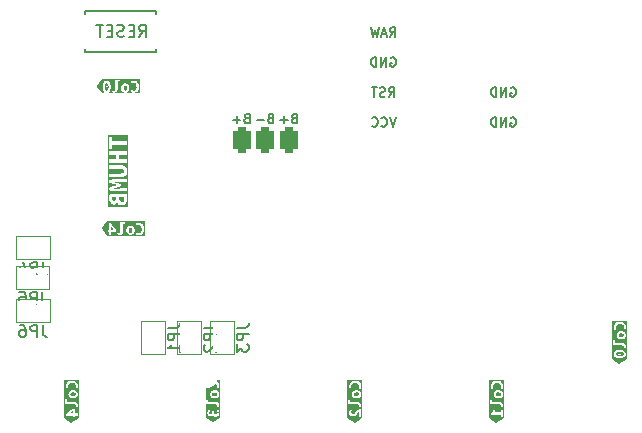
<source format=gbr>
%TF.GenerationSoftware,KiCad,Pcbnew,8.0.5*%
%TF.CreationDate,2024-10-29T12:08:31+01:00*%
%TF.ProjectId,mcu_holder,6d63755f-686f-46c6-9465-722e6b696361,rev?*%
%TF.SameCoordinates,Original*%
%TF.FileFunction,Legend,Bot*%
%TF.FilePolarity,Positive*%
%FSLAX46Y46*%
G04 Gerber Fmt 4.6, Leading zero omitted, Abs format (unit mm)*
G04 Created by KiCad (PCBNEW 8.0.5) date 2024-10-29 12:08:31*
%MOMM*%
%LPD*%
G01*
G04 APERTURE LIST*
G04 Aperture macros list*
%AMRoundRect*
0 Rectangle with rounded corners*
0 $1 Rounding radius*
0 $2 $3 $4 $5 $6 $7 $8 $9 X,Y pos of 4 corners*
0 Add a 4 corners polygon primitive as box body*
4,1,4,$2,$3,$4,$5,$6,$7,$8,$9,$2,$3,0*
0 Add four circle primitives for the rounded corners*
1,1,$1+$1,$2,$3*
1,1,$1+$1,$4,$5*
1,1,$1+$1,$6,$7*
1,1,$1+$1,$8,$9*
0 Add four rect primitives between the rounded corners*
20,1,$1+$1,$2,$3,$4,$5,0*
20,1,$1+$1,$4,$5,$6,$7,0*
20,1,$1+$1,$6,$7,$8,$9,0*
20,1,$1+$1,$8,$9,$2,$3,0*%
%AMFreePoly0*
4,1,6,1.000000,0.000000,0.500000,-0.750000,-0.500000,-0.750000,-0.500000,0.750000,0.500000,0.750000,1.000000,0.000000,1.000000,0.000000,$1*%
%AMFreePoly1*
4,1,6,0.500000,-0.750000,-0.650000,-0.750000,-0.150000,0.000000,-0.650000,0.750000,0.500000,0.750000,0.500000,-0.750000,0.500000,-0.750000,$1*%
G04 Aperture macros list end*
%ADD10C,0.150000*%
%ADD11C,0.000000*%
%ADD12C,0.120000*%
%ADD13RoundRect,0.375000X0.375000X0.750000X-0.375000X0.750000X-0.375000X-0.750000X0.375000X-0.750000X0*%
%ADD14C,4.500000*%
%ADD15O,2.200000X3.500000*%
%ADD16R,1.500000X2.500000*%
%ADD17O,1.500000X2.500000*%
%ADD18C,1.752600*%
%ADD19C,2.000000*%
%ADD20FreePoly0,90.000000*%
%ADD21FreePoly1,90.000000*%
%ADD22FreePoly0,0.000000*%
%ADD23FreePoly1,0.000000*%
G04 APERTURE END LIST*
D10*
X103739381Y-39570819D02*
X104072714Y-39094628D01*
X104310809Y-39570819D02*
X104310809Y-38570819D01*
X104310809Y-38570819D02*
X103929857Y-38570819D01*
X103929857Y-38570819D02*
X103834619Y-38618438D01*
X103834619Y-38618438D02*
X103787000Y-38666057D01*
X103787000Y-38666057D02*
X103739381Y-38761295D01*
X103739381Y-38761295D02*
X103739381Y-38904152D01*
X103739381Y-38904152D02*
X103787000Y-38999390D01*
X103787000Y-38999390D02*
X103834619Y-39047009D01*
X103834619Y-39047009D02*
X103929857Y-39094628D01*
X103929857Y-39094628D02*
X104310809Y-39094628D01*
X103310809Y-39047009D02*
X102977476Y-39047009D01*
X102834619Y-39570819D02*
X103310809Y-39570819D01*
X103310809Y-39570819D02*
X103310809Y-38570819D01*
X103310809Y-38570819D02*
X102834619Y-38570819D01*
X102453666Y-39523200D02*
X102310809Y-39570819D01*
X102310809Y-39570819D02*
X102072714Y-39570819D01*
X102072714Y-39570819D02*
X101977476Y-39523200D01*
X101977476Y-39523200D02*
X101929857Y-39475580D01*
X101929857Y-39475580D02*
X101882238Y-39380342D01*
X101882238Y-39380342D02*
X101882238Y-39285104D01*
X101882238Y-39285104D02*
X101929857Y-39189866D01*
X101929857Y-39189866D02*
X101977476Y-39142247D01*
X101977476Y-39142247D02*
X102072714Y-39094628D01*
X102072714Y-39094628D02*
X102263190Y-39047009D01*
X102263190Y-39047009D02*
X102358428Y-38999390D01*
X102358428Y-38999390D02*
X102406047Y-38951771D01*
X102406047Y-38951771D02*
X102453666Y-38856533D01*
X102453666Y-38856533D02*
X102453666Y-38761295D01*
X102453666Y-38761295D02*
X102406047Y-38666057D01*
X102406047Y-38666057D02*
X102358428Y-38618438D01*
X102358428Y-38618438D02*
X102263190Y-38570819D01*
X102263190Y-38570819D02*
X102025095Y-38570819D01*
X102025095Y-38570819D02*
X101882238Y-38618438D01*
X101453666Y-39047009D02*
X101120333Y-39047009D01*
X100977476Y-39570819D02*
X101453666Y-39570819D01*
X101453666Y-39570819D02*
X101453666Y-38570819D01*
X101453666Y-38570819D02*
X100977476Y-38570819D01*
X100691761Y-38570819D02*
X100120333Y-38570819D01*
X100406047Y-39570819D02*
X100406047Y-38570819D01*
X114838095Y-46483247D02*
X114723809Y-46521342D01*
X114723809Y-46521342D02*
X114685714Y-46559438D01*
X114685714Y-46559438D02*
X114647618Y-46635628D01*
X114647618Y-46635628D02*
X114647618Y-46749914D01*
X114647618Y-46749914D02*
X114685714Y-46826104D01*
X114685714Y-46826104D02*
X114723809Y-46864200D01*
X114723809Y-46864200D02*
X114799999Y-46902295D01*
X114799999Y-46902295D02*
X115104761Y-46902295D01*
X115104761Y-46902295D02*
X115104761Y-46102295D01*
X115104761Y-46102295D02*
X114838095Y-46102295D01*
X114838095Y-46102295D02*
X114761904Y-46140390D01*
X114761904Y-46140390D02*
X114723809Y-46178485D01*
X114723809Y-46178485D02*
X114685714Y-46254676D01*
X114685714Y-46254676D02*
X114685714Y-46330866D01*
X114685714Y-46330866D02*
X114723809Y-46407057D01*
X114723809Y-46407057D02*
X114761904Y-46445152D01*
X114761904Y-46445152D02*
X114838095Y-46483247D01*
X114838095Y-46483247D02*
X115104761Y-46483247D01*
X114304761Y-46597533D02*
X113695238Y-46597533D01*
X116838095Y-46483247D02*
X116723809Y-46521342D01*
X116723809Y-46521342D02*
X116685714Y-46559438D01*
X116685714Y-46559438D02*
X116647618Y-46635628D01*
X116647618Y-46635628D02*
X116647618Y-46749914D01*
X116647618Y-46749914D02*
X116685714Y-46826104D01*
X116685714Y-46826104D02*
X116723809Y-46864200D01*
X116723809Y-46864200D02*
X116799999Y-46902295D01*
X116799999Y-46902295D02*
X117104761Y-46902295D01*
X117104761Y-46902295D02*
X117104761Y-46102295D01*
X117104761Y-46102295D02*
X116838095Y-46102295D01*
X116838095Y-46102295D02*
X116761904Y-46140390D01*
X116761904Y-46140390D02*
X116723809Y-46178485D01*
X116723809Y-46178485D02*
X116685714Y-46254676D01*
X116685714Y-46254676D02*
X116685714Y-46330866D01*
X116685714Y-46330866D02*
X116723809Y-46407057D01*
X116723809Y-46407057D02*
X116761904Y-46445152D01*
X116761904Y-46445152D02*
X116838095Y-46483247D01*
X116838095Y-46483247D02*
X117104761Y-46483247D01*
X116304761Y-46597533D02*
X115695238Y-46597533D01*
X115999999Y-46902295D02*
X115999999Y-46292771D01*
X112838095Y-46483247D02*
X112723809Y-46521342D01*
X112723809Y-46521342D02*
X112685714Y-46559438D01*
X112685714Y-46559438D02*
X112647618Y-46635628D01*
X112647618Y-46635628D02*
X112647618Y-46749914D01*
X112647618Y-46749914D02*
X112685714Y-46826104D01*
X112685714Y-46826104D02*
X112723809Y-46864200D01*
X112723809Y-46864200D02*
X112799999Y-46902295D01*
X112799999Y-46902295D02*
X113104761Y-46902295D01*
X113104761Y-46902295D02*
X113104761Y-46102295D01*
X113104761Y-46102295D02*
X112838095Y-46102295D01*
X112838095Y-46102295D02*
X112761904Y-46140390D01*
X112761904Y-46140390D02*
X112723809Y-46178485D01*
X112723809Y-46178485D02*
X112685714Y-46254676D01*
X112685714Y-46254676D02*
X112685714Y-46330866D01*
X112685714Y-46330866D02*
X112723809Y-46407057D01*
X112723809Y-46407057D02*
X112761904Y-46445152D01*
X112761904Y-46445152D02*
X112838095Y-46483247D01*
X112838095Y-46483247D02*
X113104761Y-46483247D01*
X112304761Y-46597533D02*
X111695238Y-46597533D01*
X111999999Y-46902295D02*
X111999999Y-46292771D01*
X109204819Y-64227666D02*
X109919104Y-64227666D01*
X109919104Y-64227666D02*
X110061961Y-64180047D01*
X110061961Y-64180047D02*
X110157200Y-64084809D01*
X110157200Y-64084809D02*
X110204819Y-63941952D01*
X110204819Y-63941952D02*
X110204819Y-63846714D01*
X110204819Y-64703857D02*
X109204819Y-64703857D01*
X109204819Y-64703857D02*
X109204819Y-65084809D01*
X109204819Y-65084809D02*
X109252438Y-65180047D01*
X109252438Y-65180047D02*
X109300057Y-65227666D01*
X109300057Y-65227666D02*
X109395295Y-65275285D01*
X109395295Y-65275285D02*
X109538152Y-65275285D01*
X109538152Y-65275285D02*
X109633390Y-65227666D01*
X109633390Y-65227666D02*
X109681009Y-65180047D01*
X109681009Y-65180047D02*
X109728628Y-65084809D01*
X109728628Y-65084809D02*
X109728628Y-64703857D01*
X109300057Y-65656238D02*
X109252438Y-65703857D01*
X109252438Y-65703857D02*
X109204819Y-65799095D01*
X109204819Y-65799095D02*
X109204819Y-66037190D01*
X109204819Y-66037190D02*
X109252438Y-66132428D01*
X109252438Y-66132428D02*
X109300057Y-66180047D01*
X109300057Y-66180047D02*
X109395295Y-66227666D01*
X109395295Y-66227666D02*
X109490533Y-66227666D01*
X109490533Y-66227666D02*
X109633390Y-66180047D01*
X109633390Y-66180047D02*
X110204819Y-65608619D01*
X110204819Y-65608619D02*
X110204819Y-66227666D01*
X95575333Y-58658819D02*
X95575333Y-59373104D01*
X95575333Y-59373104D02*
X95622952Y-59515961D01*
X95622952Y-59515961D02*
X95718190Y-59611200D01*
X95718190Y-59611200D02*
X95861047Y-59658819D01*
X95861047Y-59658819D02*
X95956285Y-59658819D01*
X95099142Y-59658819D02*
X95099142Y-58658819D01*
X95099142Y-58658819D02*
X94718190Y-58658819D01*
X94718190Y-58658819D02*
X94622952Y-58706438D01*
X94622952Y-58706438D02*
X94575333Y-58754057D01*
X94575333Y-58754057D02*
X94527714Y-58849295D01*
X94527714Y-58849295D02*
X94527714Y-58992152D01*
X94527714Y-58992152D02*
X94575333Y-59087390D01*
X94575333Y-59087390D02*
X94622952Y-59135009D01*
X94622952Y-59135009D02*
X94718190Y-59182628D01*
X94718190Y-59182628D02*
X95099142Y-59182628D01*
X93670571Y-58992152D02*
X93670571Y-59658819D01*
X93908666Y-58611200D02*
X94146761Y-59325485D01*
X94146761Y-59325485D02*
X93527714Y-59325485D01*
X111998819Y-64227666D02*
X112713104Y-64227666D01*
X112713104Y-64227666D02*
X112855961Y-64180047D01*
X112855961Y-64180047D02*
X112951200Y-64084809D01*
X112951200Y-64084809D02*
X112998819Y-63941952D01*
X112998819Y-63941952D02*
X112998819Y-63846714D01*
X112998819Y-64703857D02*
X111998819Y-64703857D01*
X111998819Y-64703857D02*
X111998819Y-65084809D01*
X111998819Y-65084809D02*
X112046438Y-65180047D01*
X112046438Y-65180047D02*
X112094057Y-65227666D01*
X112094057Y-65227666D02*
X112189295Y-65275285D01*
X112189295Y-65275285D02*
X112332152Y-65275285D01*
X112332152Y-65275285D02*
X112427390Y-65227666D01*
X112427390Y-65227666D02*
X112475009Y-65180047D01*
X112475009Y-65180047D02*
X112522628Y-65084809D01*
X112522628Y-65084809D02*
X112522628Y-64703857D01*
X111998819Y-65608619D02*
X111998819Y-66227666D01*
X111998819Y-66227666D02*
X112379771Y-65894333D01*
X112379771Y-65894333D02*
X112379771Y-66037190D01*
X112379771Y-66037190D02*
X112427390Y-66132428D01*
X112427390Y-66132428D02*
X112475009Y-66180047D01*
X112475009Y-66180047D02*
X112570247Y-66227666D01*
X112570247Y-66227666D02*
X112808342Y-66227666D01*
X112808342Y-66227666D02*
X112903580Y-66180047D01*
X112903580Y-66180047D02*
X112951200Y-66132428D01*
X112951200Y-66132428D02*
X112998819Y-66037190D01*
X112998819Y-66037190D02*
X112998819Y-65751476D01*
X112998819Y-65751476D02*
X112951200Y-65656238D01*
X112951200Y-65656238D02*
X112903580Y-65608619D01*
X95575333Y-63992819D02*
X95575333Y-64707104D01*
X95575333Y-64707104D02*
X95622952Y-64849961D01*
X95622952Y-64849961D02*
X95718190Y-64945200D01*
X95718190Y-64945200D02*
X95861047Y-64992819D01*
X95861047Y-64992819D02*
X95956285Y-64992819D01*
X95099142Y-64992819D02*
X95099142Y-63992819D01*
X95099142Y-63992819D02*
X94718190Y-63992819D01*
X94718190Y-63992819D02*
X94622952Y-64040438D01*
X94622952Y-64040438D02*
X94575333Y-64088057D01*
X94575333Y-64088057D02*
X94527714Y-64183295D01*
X94527714Y-64183295D02*
X94527714Y-64326152D01*
X94527714Y-64326152D02*
X94575333Y-64421390D01*
X94575333Y-64421390D02*
X94622952Y-64469009D01*
X94622952Y-64469009D02*
X94718190Y-64516628D01*
X94718190Y-64516628D02*
X95099142Y-64516628D01*
X93670571Y-63992819D02*
X93861047Y-63992819D01*
X93861047Y-63992819D02*
X93956285Y-64040438D01*
X93956285Y-64040438D02*
X94003904Y-64088057D01*
X94003904Y-64088057D02*
X94099142Y-64230914D01*
X94099142Y-64230914D02*
X94146761Y-64421390D01*
X94146761Y-64421390D02*
X94146761Y-64802342D01*
X94146761Y-64802342D02*
X94099142Y-64897580D01*
X94099142Y-64897580D02*
X94051523Y-64945200D01*
X94051523Y-64945200D02*
X93956285Y-64992819D01*
X93956285Y-64992819D02*
X93765809Y-64992819D01*
X93765809Y-64992819D02*
X93670571Y-64945200D01*
X93670571Y-64945200D02*
X93622952Y-64897580D01*
X93622952Y-64897580D02*
X93575333Y-64802342D01*
X93575333Y-64802342D02*
X93575333Y-64564247D01*
X93575333Y-64564247D02*
X93622952Y-64469009D01*
X93622952Y-64469009D02*
X93670571Y-64421390D01*
X93670571Y-64421390D02*
X93765809Y-64373771D01*
X93765809Y-64373771D02*
X93956285Y-64373771D01*
X93956285Y-64373771D02*
X94051523Y-64421390D01*
X94051523Y-64421390D02*
X94099142Y-64469009D01*
X94099142Y-64469009D02*
X94146761Y-64564247D01*
X95538333Y-61198819D02*
X95538333Y-61913104D01*
X95538333Y-61913104D02*
X95585952Y-62055961D01*
X95585952Y-62055961D02*
X95681190Y-62151200D01*
X95681190Y-62151200D02*
X95824047Y-62198819D01*
X95824047Y-62198819D02*
X95919285Y-62198819D01*
X95062142Y-62198819D02*
X95062142Y-61198819D01*
X95062142Y-61198819D02*
X94681190Y-61198819D01*
X94681190Y-61198819D02*
X94585952Y-61246438D01*
X94585952Y-61246438D02*
X94538333Y-61294057D01*
X94538333Y-61294057D02*
X94490714Y-61389295D01*
X94490714Y-61389295D02*
X94490714Y-61532152D01*
X94490714Y-61532152D02*
X94538333Y-61627390D01*
X94538333Y-61627390D02*
X94585952Y-61675009D01*
X94585952Y-61675009D02*
X94681190Y-61722628D01*
X94681190Y-61722628D02*
X95062142Y-61722628D01*
X93585952Y-61198819D02*
X94062142Y-61198819D01*
X94062142Y-61198819D02*
X94109761Y-61675009D01*
X94109761Y-61675009D02*
X94062142Y-61627390D01*
X94062142Y-61627390D02*
X93966904Y-61579771D01*
X93966904Y-61579771D02*
X93728809Y-61579771D01*
X93728809Y-61579771D02*
X93633571Y-61627390D01*
X93633571Y-61627390D02*
X93585952Y-61675009D01*
X93585952Y-61675009D02*
X93538333Y-61770247D01*
X93538333Y-61770247D02*
X93538333Y-62008342D01*
X93538333Y-62008342D02*
X93585952Y-62103580D01*
X93585952Y-62103580D02*
X93633571Y-62151200D01*
X93633571Y-62151200D02*
X93728809Y-62198819D01*
X93728809Y-62198819D02*
X93966904Y-62198819D01*
X93966904Y-62198819D02*
X94062142Y-62151200D01*
X94062142Y-62151200D02*
X94109761Y-62103580D01*
X106156819Y-64227666D02*
X106871104Y-64227666D01*
X106871104Y-64227666D02*
X107013961Y-64180047D01*
X107013961Y-64180047D02*
X107109200Y-64084809D01*
X107109200Y-64084809D02*
X107156819Y-63941952D01*
X107156819Y-63941952D02*
X107156819Y-63846714D01*
X107156819Y-64703857D02*
X106156819Y-64703857D01*
X106156819Y-64703857D02*
X106156819Y-65084809D01*
X106156819Y-65084809D02*
X106204438Y-65180047D01*
X106204438Y-65180047D02*
X106252057Y-65227666D01*
X106252057Y-65227666D02*
X106347295Y-65275285D01*
X106347295Y-65275285D02*
X106490152Y-65275285D01*
X106490152Y-65275285D02*
X106585390Y-65227666D01*
X106585390Y-65227666D02*
X106633009Y-65180047D01*
X106633009Y-65180047D02*
X106680628Y-65084809D01*
X106680628Y-65084809D02*
X106680628Y-64703857D01*
X107156819Y-66227666D02*
X107156819Y-65656238D01*
X107156819Y-65941952D02*
X106156819Y-65941952D01*
X106156819Y-65941952D02*
X106299676Y-65846714D01*
X106299676Y-65846714D02*
X106394914Y-65751476D01*
X106394914Y-65751476D02*
X106442533Y-65656238D01*
X125029523Y-41345390D02*
X125105713Y-41307295D01*
X125105713Y-41307295D02*
X125219999Y-41307295D01*
X125219999Y-41307295D02*
X125334285Y-41345390D01*
X125334285Y-41345390D02*
X125410475Y-41421580D01*
X125410475Y-41421580D02*
X125448570Y-41497771D01*
X125448570Y-41497771D02*
X125486666Y-41650152D01*
X125486666Y-41650152D02*
X125486666Y-41764438D01*
X125486666Y-41764438D02*
X125448570Y-41916819D01*
X125448570Y-41916819D02*
X125410475Y-41993009D01*
X125410475Y-41993009D02*
X125334285Y-42069200D01*
X125334285Y-42069200D02*
X125219999Y-42107295D01*
X125219999Y-42107295D02*
X125143808Y-42107295D01*
X125143808Y-42107295D02*
X125029523Y-42069200D01*
X125029523Y-42069200D02*
X124991427Y-42031104D01*
X124991427Y-42031104D02*
X124991427Y-41764438D01*
X124991427Y-41764438D02*
X125143808Y-41764438D01*
X124648570Y-42107295D02*
X124648570Y-41307295D01*
X124648570Y-41307295D02*
X124191427Y-42107295D01*
X124191427Y-42107295D02*
X124191427Y-41307295D01*
X123810475Y-42107295D02*
X123810475Y-41307295D01*
X123810475Y-41307295D02*
X123619999Y-41307295D01*
X123619999Y-41307295D02*
X123505713Y-41345390D01*
X123505713Y-41345390D02*
X123429523Y-41421580D01*
X123429523Y-41421580D02*
X123391428Y-41497771D01*
X123391428Y-41497771D02*
X123353332Y-41650152D01*
X123353332Y-41650152D02*
X123353332Y-41764438D01*
X123353332Y-41764438D02*
X123391428Y-41916819D01*
X123391428Y-41916819D02*
X123429523Y-41993009D01*
X123429523Y-41993009D02*
X123505713Y-42069200D01*
X123505713Y-42069200D02*
X123619999Y-42107295D01*
X123619999Y-42107295D02*
X123810475Y-42107295D01*
X125486666Y-46387295D02*
X125219999Y-47187295D01*
X125219999Y-47187295D02*
X124953333Y-46387295D01*
X124229523Y-47111104D02*
X124267619Y-47149200D01*
X124267619Y-47149200D02*
X124381904Y-47187295D01*
X124381904Y-47187295D02*
X124458095Y-47187295D01*
X124458095Y-47187295D02*
X124572381Y-47149200D01*
X124572381Y-47149200D02*
X124648571Y-47073009D01*
X124648571Y-47073009D02*
X124686666Y-46996819D01*
X124686666Y-46996819D02*
X124724762Y-46844438D01*
X124724762Y-46844438D02*
X124724762Y-46730152D01*
X124724762Y-46730152D02*
X124686666Y-46577771D01*
X124686666Y-46577771D02*
X124648571Y-46501580D01*
X124648571Y-46501580D02*
X124572381Y-46425390D01*
X124572381Y-46425390D02*
X124458095Y-46387295D01*
X124458095Y-46387295D02*
X124381904Y-46387295D01*
X124381904Y-46387295D02*
X124267619Y-46425390D01*
X124267619Y-46425390D02*
X124229523Y-46463485D01*
X123429523Y-47111104D02*
X123467619Y-47149200D01*
X123467619Y-47149200D02*
X123581904Y-47187295D01*
X123581904Y-47187295D02*
X123658095Y-47187295D01*
X123658095Y-47187295D02*
X123772381Y-47149200D01*
X123772381Y-47149200D02*
X123848571Y-47073009D01*
X123848571Y-47073009D02*
X123886666Y-46996819D01*
X123886666Y-46996819D02*
X123924762Y-46844438D01*
X123924762Y-46844438D02*
X123924762Y-46730152D01*
X123924762Y-46730152D02*
X123886666Y-46577771D01*
X123886666Y-46577771D02*
X123848571Y-46501580D01*
X123848571Y-46501580D02*
X123772381Y-46425390D01*
X123772381Y-46425390D02*
X123658095Y-46387295D01*
X123658095Y-46387295D02*
X123581904Y-46387295D01*
X123581904Y-46387295D02*
X123467619Y-46425390D01*
X123467619Y-46425390D02*
X123429523Y-46463485D01*
X124858094Y-44647295D02*
X125124761Y-44266342D01*
X125315237Y-44647295D02*
X125315237Y-43847295D01*
X125315237Y-43847295D02*
X125010475Y-43847295D01*
X125010475Y-43847295D02*
X124934285Y-43885390D01*
X124934285Y-43885390D02*
X124896190Y-43923485D01*
X124896190Y-43923485D02*
X124858094Y-43999676D01*
X124858094Y-43999676D02*
X124858094Y-44113961D01*
X124858094Y-44113961D02*
X124896190Y-44190152D01*
X124896190Y-44190152D02*
X124934285Y-44228247D01*
X124934285Y-44228247D02*
X125010475Y-44266342D01*
X125010475Y-44266342D02*
X125315237Y-44266342D01*
X124553333Y-44609200D02*
X124439047Y-44647295D01*
X124439047Y-44647295D02*
X124248571Y-44647295D01*
X124248571Y-44647295D02*
X124172380Y-44609200D01*
X124172380Y-44609200D02*
X124134285Y-44571104D01*
X124134285Y-44571104D02*
X124096190Y-44494914D01*
X124096190Y-44494914D02*
X124096190Y-44418723D01*
X124096190Y-44418723D02*
X124134285Y-44342533D01*
X124134285Y-44342533D02*
X124172380Y-44304438D01*
X124172380Y-44304438D02*
X124248571Y-44266342D01*
X124248571Y-44266342D02*
X124400952Y-44228247D01*
X124400952Y-44228247D02*
X124477142Y-44190152D01*
X124477142Y-44190152D02*
X124515237Y-44152057D01*
X124515237Y-44152057D02*
X124553333Y-44075866D01*
X124553333Y-44075866D02*
X124553333Y-43999676D01*
X124553333Y-43999676D02*
X124515237Y-43923485D01*
X124515237Y-43923485D02*
X124477142Y-43885390D01*
X124477142Y-43885390D02*
X124400952Y-43847295D01*
X124400952Y-43847295D02*
X124210475Y-43847295D01*
X124210475Y-43847295D02*
X124096190Y-43885390D01*
X123867618Y-43847295D02*
X123410475Y-43847295D01*
X123639047Y-44647295D02*
X123639047Y-43847295D01*
X135189523Y-43885390D02*
X135265713Y-43847295D01*
X135265713Y-43847295D02*
X135379999Y-43847295D01*
X135379999Y-43847295D02*
X135494285Y-43885390D01*
X135494285Y-43885390D02*
X135570475Y-43961580D01*
X135570475Y-43961580D02*
X135608570Y-44037771D01*
X135608570Y-44037771D02*
X135646666Y-44190152D01*
X135646666Y-44190152D02*
X135646666Y-44304438D01*
X135646666Y-44304438D02*
X135608570Y-44456819D01*
X135608570Y-44456819D02*
X135570475Y-44533009D01*
X135570475Y-44533009D02*
X135494285Y-44609200D01*
X135494285Y-44609200D02*
X135379999Y-44647295D01*
X135379999Y-44647295D02*
X135303808Y-44647295D01*
X135303808Y-44647295D02*
X135189523Y-44609200D01*
X135189523Y-44609200D02*
X135151427Y-44571104D01*
X135151427Y-44571104D02*
X135151427Y-44304438D01*
X135151427Y-44304438D02*
X135303808Y-44304438D01*
X134808570Y-44647295D02*
X134808570Y-43847295D01*
X134808570Y-43847295D02*
X134351427Y-44647295D01*
X134351427Y-44647295D02*
X134351427Y-43847295D01*
X133970475Y-44647295D02*
X133970475Y-43847295D01*
X133970475Y-43847295D02*
X133779999Y-43847295D01*
X133779999Y-43847295D02*
X133665713Y-43885390D01*
X133665713Y-43885390D02*
X133589523Y-43961580D01*
X133589523Y-43961580D02*
X133551428Y-44037771D01*
X133551428Y-44037771D02*
X133513332Y-44190152D01*
X133513332Y-44190152D02*
X133513332Y-44304438D01*
X133513332Y-44304438D02*
X133551428Y-44456819D01*
X133551428Y-44456819D02*
X133589523Y-44533009D01*
X133589523Y-44533009D02*
X133665713Y-44609200D01*
X133665713Y-44609200D02*
X133779999Y-44647295D01*
X133779999Y-44647295D02*
X133970475Y-44647295D01*
X135189523Y-46425390D02*
X135265713Y-46387295D01*
X135265713Y-46387295D02*
X135379999Y-46387295D01*
X135379999Y-46387295D02*
X135494285Y-46425390D01*
X135494285Y-46425390D02*
X135570475Y-46501580D01*
X135570475Y-46501580D02*
X135608570Y-46577771D01*
X135608570Y-46577771D02*
X135646666Y-46730152D01*
X135646666Y-46730152D02*
X135646666Y-46844438D01*
X135646666Y-46844438D02*
X135608570Y-46996819D01*
X135608570Y-46996819D02*
X135570475Y-47073009D01*
X135570475Y-47073009D02*
X135494285Y-47149200D01*
X135494285Y-47149200D02*
X135379999Y-47187295D01*
X135379999Y-47187295D02*
X135303808Y-47187295D01*
X135303808Y-47187295D02*
X135189523Y-47149200D01*
X135189523Y-47149200D02*
X135151427Y-47111104D01*
X135151427Y-47111104D02*
X135151427Y-46844438D01*
X135151427Y-46844438D02*
X135303808Y-46844438D01*
X134808570Y-47187295D02*
X134808570Y-46387295D01*
X134808570Y-46387295D02*
X134351427Y-47187295D01*
X134351427Y-47187295D02*
X134351427Y-46387295D01*
X133970475Y-47187295D02*
X133970475Y-46387295D01*
X133970475Y-46387295D02*
X133779999Y-46387295D01*
X133779999Y-46387295D02*
X133665713Y-46425390D01*
X133665713Y-46425390D02*
X133589523Y-46501580D01*
X133589523Y-46501580D02*
X133551428Y-46577771D01*
X133551428Y-46577771D02*
X133513332Y-46730152D01*
X133513332Y-46730152D02*
X133513332Y-46844438D01*
X133513332Y-46844438D02*
X133551428Y-46996819D01*
X133551428Y-46996819D02*
X133589523Y-47073009D01*
X133589523Y-47073009D02*
X133665713Y-47149200D01*
X133665713Y-47149200D02*
X133779999Y-47187295D01*
X133779999Y-47187295D02*
X133970475Y-47187295D01*
X124972380Y-39567295D02*
X125239047Y-39186342D01*
X125429523Y-39567295D02*
X125429523Y-38767295D01*
X125429523Y-38767295D02*
X125124761Y-38767295D01*
X125124761Y-38767295D02*
X125048571Y-38805390D01*
X125048571Y-38805390D02*
X125010476Y-38843485D01*
X125010476Y-38843485D02*
X124972380Y-38919676D01*
X124972380Y-38919676D02*
X124972380Y-39033961D01*
X124972380Y-39033961D02*
X125010476Y-39110152D01*
X125010476Y-39110152D02*
X125048571Y-39148247D01*
X125048571Y-39148247D02*
X125124761Y-39186342D01*
X125124761Y-39186342D02*
X125429523Y-39186342D01*
X124667619Y-39338723D02*
X124286666Y-39338723D01*
X124743809Y-39567295D02*
X124477142Y-38767295D01*
X124477142Y-38767295D02*
X124210476Y-39567295D01*
X124020000Y-38767295D02*
X123829524Y-39567295D01*
X123829524Y-39567295D02*
X123677143Y-38995866D01*
X123677143Y-38995866D02*
X123524762Y-39567295D01*
X123524762Y-39567295D02*
X123334286Y-38767295D01*
%TO.C,SW16*%
X99160000Y-37366000D02*
X105160000Y-37366000D01*
X99160000Y-37616000D02*
X99160000Y-37366000D01*
X99160000Y-40866000D02*
X99160000Y-40616000D01*
X105160000Y-37366000D02*
X105160000Y-37616000D01*
X105160000Y-40616000D02*
X105160000Y-40866000D01*
X105160000Y-40866000D02*
X99160000Y-40866000D01*
D11*
%TO.C,kibuzzard-6399CBDB*%
G36*
X101417913Y-55661264D02*
G01*
X101477444Y-55747783D01*
X101533801Y-55839064D01*
X101581426Y-55929552D01*
X101359176Y-55929552D01*
X101359176Y-55583477D01*
X101417913Y-55661264D01*
G37*
G36*
X103067524Y-55741631D02*
G01*
X103115744Y-55787470D01*
X103144915Y-55858313D01*
X103154638Y-55948602D01*
X103145708Y-56039089D01*
X103118919Y-56110527D01*
X103072286Y-56156961D01*
X103003826Y-56172439D01*
X102936952Y-56156961D01*
X102888732Y-56110527D01*
X102859561Y-56039089D01*
X102849838Y-55948602D01*
X102858768Y-55858313D01*
X102885557Y-55787470D01*
X102932190Y-55741631D01*
X103000651Y-55726352D01*
X103067524Y-55741631D01*
G37*
G36*
X104216146Y-56408448D02*
G01*
X104150001Y-56408448D01*
X103722963Y-56408448D01*
X103000651Y-56408448D01*
X102083076Y-56408448D01*
X101163913Y-56408448D01*
X101057551Y-56408448D01*
X100991405Y-56408448D01*
X100672141Y-55929552D01*
X101057551Y-55929552D01*
X101057551Y-56089889D01*
X101163913Y-56089889D01*
X101163913Y-56321664D01*
X101359176Y-56321664D01*
X101359176Y-56289914D01*
X101864001Y-56289914D01*
X101885432Y-56301027D01*
X101929088Y-56317696D01*
X101994969Y-56332777D01*
X102083076Y-56339127D01*
X102199757Y-56319085D01*
X102279926Y-56258958D01*
X102326360Y-56160335D01*
X102341838Y-56024802D01*
X102341838Y-55947014D01*
X102649813Y-55947014D01*
X102656163Y-56031747D01*
X102675213Y-56108145D01*
X102705772Y-56175416D01*
X102746651Y-56232764D01*
X102797252Y-56279199D01*
X102856982Y-56313727D01*
X102925046Y-56335158D01*
X103000651Y-56342302D01*
X103076255Y-56335158D01*
X103144319Y-56313727D01*
X103204247Y-56279199D01*
X103209936Y-56274039D01*
X103448326Y-56274039D01*
X103560244Y-56320871D01*
X103636246Y-56336944D01*
X103722963Y-56342302D01*
X103850669Y-56327485D01*
X103956502Y-56283035D01*
X104040463Y-56208952D01*
X104088386Y-56135232D01*
X104122616Y-56047424D01*
X104143154Y-55945526D01*
X104150001Y-55829539D01*
X104141666Y-55714049D01*
X104116663Y-55612052D01*
X104076777Y-55524144D01*
X104023794Y-55450920D01*
X103958707Y-55392977D01*
X103882507Y-55350908D01*
X103796980Y-55325310D01*
X103703913Y-55316777D01*
X103609457Y-55325508D01*
X103535638Y-55345352D01*
X103482457Y-55369164D01*
X103449913Y-55388214D01*
X103500713Y-55543789D01*
X103588819Y-55503308D01*
X103707088Y-55486639D01*
X103796782Y-55503308D01*
X103874569Y-55558870D01*
X103930132Y-55662852D01*
X103946205Y-55735877D01*
X103951563Y-55824777D01*
X103945125Y-55928229D01*
X103925810Y-56014218D01*
X103893619Y-56082745D01*
X103817221Y-56150016D01*
X103703913Y-56172439D01*
X103577707Y-56154977D01*
X103497538Y-56120052D01*
X103448326Y-56274039D01*
X103209936Y-56274039D01*
X103255444Y-56232764D01*
X103296918Y-56175416D01*
X103327676Y-56108145D01*
X103346726Y-56031747D01*
X103353076Y-55947014D01*
X103346527Y-55863472D01*
X103326882Y-55787470D01*
X103295529Y-55720399D01*
X103253857Y-55663645D01*
X103202461Y-55618005D01*
X103141938Y-55584270D01*
X103074072Y-55563435D01*
X103000651Y-55556489D01*
X102926236Y-55563435D01*
X102858569Y-55584270D01*
X102798641Y-55618005D01*
X102747444Y-55663645D01*
X102705971Y-55720399D01*
X102675213Y-55787470D01*
X102656163Y-55863472D01*
X102649813Y-55947014D01*
X102341838Y-55947014D01*
X102341838Y-55391389D01*
X102548213Y-55391389D01*
X102548213Y-55229464D01*
X102146576Y-55229464D01*
X102146576Y-56039089D01*
X102116413Y-56142277D01*
X102040213Y-56169264D01*
X101941788Y-56153389D01*
X101889401Y-56132752D01*
X101864001Y-56289914D01*
X101359176Y-56289914D01*
X101359176Y-56089889D01*
X101768751Y-56089889D01*
X101768751Y-55947014D01*
X101734222Y-55880935D01*
X101690963Y-55806520D01*
X101640957Y-55726947D01*
X101586188Y-55645389D01*
X101527451Y-55563435D01*
X101465538Y-55482670D01*
X101402038Y-55406669D01*
X101338538Y-55339002D01*
X101163913Y-55339002D01*
X101163913Y-55929552D01*
X101057551Y-55929552D01*
X100672141Y-55929552D01*
X100576362Y-55785883D01*
X100991405Y-55163318D01*
X101057551Y-55163318D01*
X104150001Y-55163318D01*
X104216146Y-55163318D01*
X104216146Y-56408448D01*
G37*
D12*
%TO.C,JP2*%
X106950000Y-63661000D02*
X108950000Y-63661000D01*
X106950000Y-66461000D02*
X106950000Y-63661000D01*
X108950000Y-63661000D02*
X108950000Y-66461000D01*
X108950000Y-66461000D02*
X106950000Y-66461000D01*
D11*
%TO.C,kibuzzard-6399CBBA*%
G36*
X134230692Y-69693357D02*
G01*
X134302130Y-69720146D01*
X134348564Y-69766779D01*
X134364042Y-69835239D01*
X134348564Y-69902113D01*
X134302130Y-69950333D01*
X134230692Y-69979504D01*
X134140205Y-69989227D01*
X134049916Y-69980297D01*
X133979073Y-69953508D01*
X133933234Y-69906875D01*
X133917955Y-69838414D01*
X133933234Y-69771541D01*
X133979073Y-69723321D01*
X134049916Y-69694150D01*
X134140205Y-69684427D01*
X134230692Y-69693357D01*
G37*
G36*
X134600051Y-69838414D02*
G01*
X134600051Y-70755989D01*
X134600051Y-71756114D01*
X134600051Y-71822260D01*
X133977486Y-72237303D01*
X133354921Y-71822260D01*
X133354921Y-71756114D01*
X133354921Y-71427502D01*
X133530605Y-71427502D01*
X133530605Y-71560852D01*
X134351342Y-71560852D01*
X134351342Y-71756114D01*
X134513267Y-71756114D01*
X134513267Y-71159214D01*
X134351342Y-71159214D01*
X134351342Y-71365589D01*
X133802067Y-71365589D01*
X133858423Y-71263989D01*
X133897317Y-71167152D01*
X133735392Y-71103652D01*
X133698880Y-71186202D01*
X133649667Y-71275102D01*
X133592517Y-71359239D01*
X133530605Y-71427502D01*
X133354921Y-71427502D01*
X133354921Y-70290852D01*
X133421067Y-70290852D01*
X133421067Y-70692489D01*
X134230692Y-70692489D01*
X134333880Y-70722652D01*
X134360867Y-70798852D01*
X134344992Y-70897277D01*
X134324355Y-70949664D01*
X134481517Y-70975064D01*
X134492630Y-70953633D01*
X134509299Y-70909977D01*
X134524380Y-70844096D01*
X134530730Y-70755989D01*
X134510688Y-70639308D01*
X134450561Y-70559139D01*
X134351938Y-70512705D01*
X134216405Y-70497227D01*
X133582992Y-70497227D01*
X133582992Y-70290852D01*
X133421067Y-70290852D01*
X133354921Y-70290852D01*
X133354921Y-69838414D01*
X133748092Y-69838414D01*
X133755038Y-69912829D01*
X133775873Y-69980496D01*
X133809608Y-70040424D01*
X133855248Y-70091621D01*
X133912002Y-70133094D01*
X133979073Y-70163852D01*
X134055075Y-70182902D01*
X134138617Y-70189252D01*
X134223350Y-70182902D01*
X134299748Y-70163852D01*
X134367019Y-70133293D01*
X134424367Y-70092414D01*
X134470802Y-70041813D01*
X134505330Y-69982083D01*
X134526761Y-69914019D01*
X134533905Y-69838414D01*
X134526761Y-69762810D01*
X134505330Y-69694746D01*
X134470802Y-69634818D01*
X134424367Y-69583621D01*
X134367019Y-69542147D01*
X134299748Y-69511389D01*
X134223350Y-69492339D01*
X134138617Y-69485989D01*
X134055075Y-69492538D01*
X133979073Y-69512183D01*
X133912002Y-69543536D01*
X133855248Y-69585208D01*
X133809608Y-69636604D01*
X133775873Y-69697127D01*
X133755038Y-69764993D01*
X133748092Y-69838414D01*
X133354921Y-69838414D01*
X133354921Y-69135152D01*
X133508380Y-69135152D01*
X133517111Y-69229608D01*
X133536955Y-69303427D01*
X133560767Y-69356608D01*
X133579817Y-69389152D01*
X133735392Y-69338352D01*
X133694911Y-69250246D01*
X133678242Y-69131977D01*
X133694911Y-69042283D01*
X133750473Y-68964496D01*
X133854455Y-68908933D01*
X133927480Y-68892860D01*
X134016380Y-68887502D01*
X134119832Y-68893940D01*
X134205821Y-68913255D01*
X134274348Y-68945446D01*
X134341619Y-69021844D01*
X134364042Y-69135152D01*
X134346580Y-69261358D01*
X134311655Y-69341527D01*
X134465642Y-69390739D01*
X134512474Y-69278821D01*
X134528547Y-69202819D01*
X134533905Y-69116102D01*
X134519088Y-68988396D01*
X134474638Y-68882563D01*
X134400555Y-68798602D01*
X134326835Y-68750679D01*
X134239027Y-68716449D01*
X134137129Y-68695911D01*
X134021142Y-68689064D01*
X133905652Y-68697399D01*
X133803655Y-68722402D01*
X133715747Y-68762288D01*
X133642523Y-68815271D01*
X133584580Y-68880358D01*
X133542511Y-68956558D01*
X133516913Y-69042085D01*
X133508380Y-69135152D01*
X133354921Y-69135152D01*
X133354921Y-68689064D01*
X133354921Y-68622919D01*
X134600051Y-68622919D01*
X134600051Y-68689064D01*
X134600051Y-69116102D01*
X134600051Y-69838414D01*
G37*
D12*
%TO.C,JP4*%
X93342000Y-56404000D02*
X96142000Y-56404000D01*
X93342000Y-58404000D02*
X93342000Y-56404000D01*
X96142000Y-56404000D02*
X96142000Y-58404000D01*
X96142000Y-58404000D02*
X93342000Y-58404000D01*
D11*
%TO.C,kibuzzard-6399CBD2*%
G36*
X110230692Y-69699707D02*
G01*
X110302130Y-69726496D01*
X110348564Y-69773129D01*
X110364042Y-69841589D01*
X110348564Y-69908463D01*
X110302130Y-69956683D01*
X110230692Y-69985854D01*
X110140205Y-69995577D01*
X110049916Y-69986647D01*
X109979073Y-69959858D01*
X109933234Y-69913225D01*
X109917955Y-69844764D01*
X109933234Y-69777891D01*
X109979073Y-69729671D01*
X110049916Y-69700500D01*
X110140205Y-69690777D01*
X110230692Y-69699707D01*
G37*
G36*
X110600051Y-69844764D02*
G01*
X110600051Y-70762339D01*
X110600051Y-71371939D01*
X110600051Y-71749764D01*
X110600051Y-71815910D01*
X109977486Y-72230953D01*
X109354921Y-71815910D01*
X109354921Y-71749764D01*
X109354921Y-71389402D01*
X109508380Y-71389402D01*
X109513539Y-71466594D01*
X109529017Y-71533071D01*
X109586961Y-71633877D01*
X109675067Y-71692614D01*
X109784605Y-71711664D01*
X109897317Y-71678327D01*
X109979867Y-71589427D01*
X110019158Y-71657094D01*
X110073530Y-71707696D01*
X110141395Y-71739247D01*
X110221167Y-71749764D01*
X110346580Y-71727539D01*
X110445799Y-71659277D01*
X110483105Y-71606889D01*
X110510886Y-71541802D01*
X110528150Y-71463618D01*
X110533905Y-71371939D01*
X110528349Y-71294946D01*
X110514855Y-71217158D01*
X110497392Y-71148102D01*
X110479930Y-71098889D01*
X110316417Y-71136989D01*
X110349755Y-71231446D01*
X110362852Y-71295144D01*
X110367217Y-71370352D01*
X110356502Y-71455482D01*
X110324355Y-71510846D01*
X110217992Y-71551327D01*
X110151913Y-71535849D01*
X110109248Y-71489414D01*
X110086031Y-71419168D01*
X110078292Y-71332252D01*
X110078292Y-71271927D01*
X109916367Y-71271927D01*
X109916367Y-71344952D01*
X109910017Y-71405277D01*
X109889380Y-71459252D01*
X109851280Y-71498146D01*
X109790955Y-71513227D01*
X109706023Y-71480683D01*
X109675067Y-71390989D01*
X109693323Y-71280658D01*
X109738567Y-71186202D01*
X109595692Y-71116352D01*
X109537748Y-71229858D01*
X109515722Y-71305066D01*
X109508380Y-71389402D01*
X109354921Y-71389402D01*
X109354921Y-70297202D01*
X109421067Y-70297202D01*
X109421067Y-70698839D01*
X110230692Y-70698839D01*
X110333880Y-70729002D01*
X110360867Y-70805202D01*
X110344992Y-70903627D01*
X110324355Y-70956014D01*
X110481517Y-70981414D01*
X110492630Y-70959983D01*
X110509299Y-70916327D01*
X110524380Y-70850446D01*
X110530730Y-70762339D01*
X110510688Y-70645658D01*
X110450561Y-70565489D01*
X110351938Y-70519055D01*
X110216405Y-70503577D01*
X109582992Y-70503577D01*
X109582992Y-70297202D01*
X109421067Y-70297202D01*
X109354921Y-70297202D01*
X109354921Y-69844764D01*
X109748092Y-69844764D01*
X109755038Y-69919179D01*
X109775873Y-69986846D01*
X109809608Y-70046774D01*
X109855248Y-70097971D01*
X109912002Y-70139444D01*
X109979073Y-70170202D01*
X110055075Y-70189252D01*
X110138617Y-70195602D01*
X110223350Y-70189252D01*
X110299748Y-70170202D01*
X110367019Y-70139643D01*
X110424367Y-70098764D01*
X110470802Y-70048163D01*
X110505330Y-69988433D01*
X110526761Y-69920369D01*
X110533905Y-69844764D01*
X110526761Y-69769160D01*
X110505330Y-69701096D01*
X110470802Y-69641168D01*
X110424367Y-69589971D01*
X110367019Y-69548497D01*
X110299748Y-69517739D01*
X110223350Y-69498689D01*
X110138617Y-69492339D01*
X110055075Y-69498888D01*
X109979073Y-69518533D01*
X109912002Y-69549886D01*
X109855248Y-69591558D01*
X109809608Y-69642954D01*
X109775873Y-69703477D01*
X109755038Y-69771343D01*
X109748092Y-69844764D01*
X109354921Y-69844764D01*
X109354921Y-69141502D01*
X109508380Y-69141502D01*
X109517111Y-69235958D01*
X109536955Y-69309777D01*
X109560767Y-69362958D01*
X109579817Y-69395502D01*
X109735392Y-69344702D01*
X109694911Y-69256596D01*
X109678242Y-69138327D01*
X109694911Y-69048633D01*
X109750473Y-68970846D01*
X109854455Y-68915283D01*
X109927480Y-68899210D01*
X110016380Y-68893852D01*
X110119832Y-68900290D01*
X110205821Y-68919605D01*
X110274348Y-68951796D01*
X110341619Y-69028194D01*
X110364042Y-69141502D01*
X110346580Y-69267708D01*
X110311655Y-69347877D01*
X110465642Y-69397089D01*
X110512474Y-69285171D01*
X110528547Y-69209169D01*
X110533905Y-69122452D01*
X110519088Y-68994746D01*
X110474638Y-68888913D01*
X110400555Y-68804952D01*
X110326835Y-68757029D01*
X110239027Y-68722799D01*
X110137129Y-68702261D01*
X110021142Y-68695414D01*
X109905652Y-68703749D01*
X109803655Y-68728752D01*
X109715747Y-68768638D01*
X109642523Y-68821621D01*
X109584580Y-68886708D01*
X109542511Y-68962908D01*
X109516913Y-69048435D01*
X109508380Y-69141502D01*
X109354921Y-69141502D01*
X109354921Y-68695414D01*
X109354921Y-68629269D01*
X110600051Y-68629269D01*
X110600051Y-68695414D01*
X110600051Y-69122452D01*
X110600051Y-69844764D01*
G37*
%TO.C,kibuzzard-6399CBDB*%
G36*
X98121155Y-71467189D02*
G01*
X97775080Y-71467189D01*
X97852867Y-71408452D01*
X97939386Y-71348921D01*
X98030667Y-71292564D01*
X98121155Y-71244939D01*
X98121155Y-71467189D01*
G37*
G36*
X98230692Y-69680657D02*
G01*
X98302130Y-69707446D01*
X98348564Y-69754079D01*
X98364042Y-69822539D01*
X98348564Y-69889413D01*
X98302130Y-69937633D01*
X98230692Y-69966804D01*
X98140205Y-69976527D01*
X98049916Y-69967597D01*
X97979073Y-69940808D01*
X97933234Y-69894175D01*
X97917955Y-69825714D01*
X97933234Y-69758841D01*
X97979073Y-69710621D01*
X98049916Y-69681450D01*
X98140205Y-69671727D01*
X98230692Y-69680657D01*
G37*
G36*
X98600051Y-69825714D02*
G01*
X98600051Y-70743289D01*
X98600051Y-71662452D01*
X98600051Y-71768814D01*
X98600051Y-71834960D01*
X97977486Y-72250003D01*
X97354921Y-71834960D01*
X97354921Y-71768814D01*
X97354921Y-71487827D01*
X97530605Y-71487827D01*
X97530605Y-71662452D01*
X98121155Y-71662452D01*
X98121155Y-71768814D01*
X98281492Y-71768814D01*
X98281492Y-71662452D01*
X98513267Y-71662452D01*
X98513267Y-71467189D01*
X98281492Y-71467189D01*
X98281492Y-71057614D01*
X98138617Y-71057614D01*
X98072538Y-71092143D01*
X97998123Y-71135402D01*
X97918550Y-71185408D01*
X97836992Y-71240177D01*
X97755038Y-71298914D01*
X97674273Y-71360827D01*
X97598272Y-71424327D01*
X97530605Y-71487827D01*
X97354921Y-71487827D01*
X97354921Y-70278152D01*
X97421067Y-70278152D01*
X97421067Y-70679789D01*
X98230692Y-70679789D01*
X98333880Y-70709952D01*
X98360867Y-70786152D01*
X98344992Y-70884577D01*
X98324355Y-70936964D01*
X98481517Y-70962364D01*
X98492630Y-70940933D01*
X98509299Y-70897277D01*
X98524380Y-70831396D01*
X98530730Y-70743289D01*
X98510688Y-70626608D01*
X98450561Y-70546439D01*
X98351938Y-70500005D01*
X98216405Y-70484527D01*
X97582992Y-70484527D01*
X97582992Y-70278152D01*
X97421067Y-70278152D01*
X97354921Y-70278152D01*
X97354921Y-69825714D01*
X97748092Y-69825714D01*
X97755038Y-69900129D01*
X97775873Y-69967796D01*
X97809608Y-70027724D01*
X97855248Y-70078921D01*
X97912002Y-70120394D01*
X97979073Y-70151152D01*
X98055075Y-70170202D01*
X98138617Y-70176552D01*
X98223350Y-70170202D01*
X98299748Y-70151152D01*
X98367019Y-70120593D01*
X98424367Y-70079714D01*
X98470802Y-70029113D01*
X98505330Y-69969383D01*
X98526761Y-69901319D01*
X98533905Y-69825714D01*
X98526761Y-69750110D01*
X98505330Y-69682046D01*
X98470802Y-69622118D01*
X98424367Y-69570921D01*
X98367019Y-69529447D01*
X98299748Y-69498689D01*
X98223350Y-69479639D01*
X98138617Y-69473289D01*
X98055075Y-69479838D01*
X97979073Y-69499483D01*
X97912002Y-69530836D01*
X97855248Y-69572508D01*
X97809608Y-69623904D01*
X97775873Y-69684427D01*
X97755038Y-69752293D01*
X97748092Y-69825714D01*
X97354921Y-69825714D01*
X97354921Y-69122452D01*
X97508380Y-69122452D01*
X97517111Y-69216908D01*
X97536955Y-69290727D01*
X97560767Y-69343908D01*
X97579817Y-69376452D01*
X97735392Y-69325652D01*
X97694911Y-69237546D01*
X97678242Y-69119277D01*
X97694911Y-69029583D01*
X97750473Y-68951796D01*
X97854455Y-68896233D01*
X97927480Y-68880160D01*
X98016380Y-68874802D01*
X98119832Y-68881240D01*
X98205821Y-68900555D01*
X98274348Y-68932746D01*
X98341619Y-69009144D01*
X98364042Y-69122452D01*
X98346580Y-69248658D01*
X98311655Y-69328827D01*
X98465642Y-69378039D01*
X98512474Y-69266121D01*
X98528547Y-69190119D01*
X98533905Y-69103402D01*
X98519088Y-68975696D01*
X98474638Y-68869863D01*
X98400555Y-68785902D01*
X98326835Y-68737979D01*
X98239027Y-68703749D01*
X98137129Y-68683211D01*
X98021142Y-68676364D01*
X97905652Y-68684699D01*
X97803655Y-68709702D01*
X97715747Y-68749588D01*
X97642523Y-68802571D01*
X97584580Y-68867658D01*
X97542511Y-68943858D01*
X97516913Y-69029385D01*
X97508380Y-69122452D01*
X97354921Y-69122452D01*
X97354921Y-68676364D01*
X97354921Y-68610219D01*
X98600051Y-68610219D01*
X98600051Y-68676364D01*
X98600051Y-69103402D01*
X98600051Y-69825714D01*
G37*
%TO.C,kibuzzard-6399CC4D*%
G36*
X101797378Y-53268997D02*
G01*
X101748562Y-53438066D01*
X101614022Y-53495216D01*
X101529487Y-53478547D01*
X101479481Y-53433304D01*
X101455669Y-53366629D01*
X101449715Y-53288047D01*
X101452097Y-53218991D01*
X101459240Y-53154697D01*
X101797378Y-53154697D01*
X101797378Y-53268997D01*
G37*
G36*
X102447459Y-53222563D02*
G01*
X102449840Y-53295191D01*
X102441506Y-53392823D01*
X102410550Y-53477357D01*
X102346256Y-53538079D01*
X102240290Y-53561891D01*
X102086700Y-53494026D01*
X102040265Y-53311860D01*
X102040265Y-53154697D01*
X102440315Y-53154697D01*
X102447459Y-53222563D01*
G37*
G36*
X102815759Y-50244810D02*
G01*
X102815759Y-50942516D01*
X102815759Y-52678448D01*
X102815759Y-53271379D01*
X102815759Y-53850023D01*
X102815759Y-53949241D01*
X101095703Y-53949241D01*
X101095703Y-53850023D01*
X101095703Y-53242804D01*
X101194922Y-53242804D01*
X101203554Y-53394013D01*
X101229450Y-53514266D01*
X101319937Y-53678572D01*
X101444953Y-53759535D01*
X101583065Y-53780966D01*
X101681887Y-53768167D01*
X101768803Y-53729769D01*
X101897390Y-53592848D01*
X101961684Y-53718756D01*
X102045028Y-53796444D01*
X102140278Y-53836628D01*
X102240290Y-53850023D01*
X102362627Y-53838712D01*
X102462937Y-53804779D01*
X102605812Y-53682144D01*
X102651651Y-53597610D01*
X102682012Y-53498788D01*
X102698979Y-53388953D01*
X102704634Y-53271379D01*
X102701955Y-53171962D01*
X102693919Y-53068973D01*
X102680524Y-52964793D01*
X102661772Y-52861804D01*
X101230640Y-52861804D01*
X101205637Y-53045160D01*
X101194922Y-53242804D01*
X101095703Y-53242804D01*
X101095703Y-51683085D01*
X101211590Y-51683085D01*
X101211590Y-51925972D01*
X101340178Y-51967644D01*
X101509247Y-52021222D01*
X101692603Y-52078372D01*
X101864053Y-52133141D01*
X101681887Y-52192672D01*
X101500912Y-52252204D01*
X101337797Y-52304591D01*
X101211590Y-52347454D01*
X101211590Y-52590341D01*
X101402090Y-52606712D01*
X101587828Y-52622488D01*
X101770291Y-52636776D01*
X101950969Y-52648682D01*
X102131348Y-52658505D01*
X102312919Y-52666541D01*
X102497168Y-52673090D01*
X102685584Y-52678448D01*
X102685584Y-52409366D01*
X101540203Y-52423654D01*
X102164090Y-52242679D01*
X102164090Y-52028366D01*
X101540203Y-51854535D01*
X102685584Y-51866441D01*
X102685584Y-51597360D01*
X102501037Y-51604801D01*
X102309347Y-51612838D01*
X102114679Y-51621470D01*
X101921203Y-51630697D01*
X101731298Y-51641115D01*
X101547347Y-51653319D01*
X101372920Y-51667309D01*
X101211590Y-51683085D01*
X101095703Y-51683085D01*
X101095703Y-50444835D01*
X101211590Y-50444835D01*
X101211590Y-50740110D01*
X102133134Y-50740110D01*
X102289106Y-50749635D01*
X102390309Y-50781782D01*
X102445078Y-50844885D01*
X102461747Y-50947279D01*
X102445078Y-51049672D01*
X102389119Y-51113966D01*
X102286725Y-51147304D01*
X102130753Y-51156829D01*
X101211590Y-51156829D01*
X101211590Y-51449722D01*
X102152184Y-51449722D01*
X102274819Y-51443769D01*
X102385547Y-51425910D01*
X102482583Y-51393168D01*
X102564140Y-51342566D01*
X102629327Y-51273510D01*
X102677250Y-51185404D01*
X102706718Y-51075866D01*
X102716540Y-50942516D01*
X102706718Y-50811250D01*
X102677250Y-50703201D01*
X102564140Y-50549610D01*
X102482583Y-50500794D01*
X102385547Y-50468647D01*
X102274819Y-50450788D01*
X102152184Y-50444835D01*
X101211590Y-50444835D01*
X101095703Y-50444835D01*
X101095703Y-49268497D01*
X101211590Y-49268497D01*
X101211590Y-49561391D01*
X101792615Y-49561391D01*
X101792615Y-49951916D01*
X101211590Y-49951916D01*
X101211590Y-50244810D01*
X102685584Y-50244810D01*
X102685584Y-49951916D01*
X102035503Y-49951916D01*
X102035503Y-49561391D01*
X102685584Y-49561391D01*
X102685584Y-49268497D01*
X101211590Y-49268497D01*
X101095703Y-49268497D01*
X101095703Y-48030247D01*
X101211590Y-48030247D01*
X101211590Y-49101810D01*
X101454478Y-49101810D01*
X101454478Y-48713666D01*
X102685584Y-48713666D01*
X102685584Y-48418391D01*
X101454478Y-48418391D01*
X101454478Y-48030247D01*
X101211590Y-48030247D01*
X101095703Y-48030247D01*
X101095703Y-47931029D01*
X102815759Y-47931029D01*
X102815759Y-48030247D01*
X102815759Y-48713666D01*
X102815759Y-50244810D01*
G37*
D12*
%TO.C,JP3*%
X109744000Y-63661000D02*
X111744000Y-63661000D01*
X109744000Y-66461000D02*
X109744000Y-63661000D01*
X111744000Y-63661000D02*
X111744000Y-66461000D01*
X111744000Y-66461000D02*
X109744000Y-66461000D01*
%TO.C,JP6*%
X93342000Y-61738000D02*
X96142000Y-61738000D01*
X93342000Y-63738000D02*
X93342000Y-61738000D01*
X96142000Y-61738000D02*
X96142000Y-63738000D01*
X96142000Y-63738000D02*
X93342000Y-63738000D01*
%TO.C,JP5*%
X93305000Y-58944000D02*
X96105000Y-58944000D01*
X93305000Y-60944000D02*
X93305000Y-58944000D01*
X96105000Y-58944000D02*
X96105000Y-60944000D01*
X96105000Y-60944000D02*
X93305000Y-60944000D01*
D11*
%TO.C,kibuzzard-6399CBC9*%
G36*
X122230692Y-69690975D02*
G01*
X122302130Y-69717764D01*
X122348564Y-69764397D01*
X122364042Y-69832858D01*
X122348564Y-69899732D01*
X122302130Y-69947952D01*
X122230692Y-69977122D01*
X122140205Y-69986846D01*
X122049916Y-69977916D01*
X121979073Y-69951127D01*
X121933234Y-69904494D01*
X121917955Y-69836033D01*
X121933234Y-69769160D01*
X121979073Y-69720939D01*
X122049916Y-69691769D01*
X122140205Y-69682046D01*
X122230692Y-69690975D01*
G37*
G36*
X122600051Y-69836033D02*
G01*
X122600051Y-70753608D01*
X122600051Y-71758496D01*
X122600051Y-71824642D01*
X121977486Y-72239685D01*
X121354921Y-71824642D01*
X121354921Y-71758496D01*
X121354921Y-71406071D01*
X121508380Y-71406071D01*
X121525842Y-71521958D01*
X121578230Y-71620383D01*
X121666336Y-71688646D01*
X121789367Y-71714046D01*
X121886998Y-71694996D01*
X121978280Y-71644196D01*
X122064005Y-71572758D01*
X122143380Y-71491796D01*
X122188623Y-71444171D01*
X122242599Y-71393371D01*
X122298955Y-71352889D01*
X122351342Y-71336221D01*
X122351342Y-71758496D01*
X122513267Y-71758496D01*
X122513267Y-71117146D01*
X122473580Y-71113177D01*
X122440242Y-71113971D01*
X122364042Y-71121313D01*
X122294192Y-71143339D01*
X122230097Y-71176677D01*
X122171161Y-71217952D01*
X122116789Y-71264783D01*
X122066386Y-71314789D01*
X122018959Y-71364796D01*
X121973517Y-71411627D01*
X121887792Y-71486239D01*
X121803655Y-71515608D01*
X121710786Y-71479096D01*
X121678242Y-71387021D01*
X121700467Y-71290183D01*
X121775080Y-71190171D01*
X121638555Y-71093333D01*
X121580611Y-71161794D01*
X121540130Y-71240177D01*
X121516317Y-71323322D01*
X121508380Y-71406071D01*
X121354921Y-71406071D01*
X121354921Y-70288471D01*
X121421067Y-70288471D01*
X121421067Y-70690108D01*
X122230692Y-70690108D01*
X122333880Y-70720271D01*
X122360867Y-70796471D01*
X122344992Y-70894896D01*
X122324355Y-70947283D01*
X122481517Y-70972683D01*
X122492630Y-70951252D01*
X122509299Y-70907596D01*
X122524380Y-70841714D01*
X122530730Y-70753608D01*
X122510688Y-70636927D01*
X122450561Y-70556758D01*
X122351938Y-70510324D01*
X122216405Y-70494846D01*
X121582992Y-70494846D01*
X121582992Y-70288471D01*
X121421067Y-70288471D01*
X121354921Y-70288471D01*
X121354921Y-69836033D01*
X121748092Y-69836033D01*
X121755038Y-69910447D01*
X121775873Y-69978114D01*
X121809608Y-70038043D01*
X121855248Y-70089239D01*
X121912002Y-70130713D01*
X121979073Y-70161471D01*
X122055075Y-70180521D01*
X122138617Y-70186871D01*
X122223350Y-70180521D01*
X122299748Y-70161471D01*
X122367019Y-70130911D01*
X122424367Y-70090033D01*
X122470802Y-70039432D01*
X122505330Y-69979702D01*
X122526761Y-69911638D01*
X122533905Y-69836033D01*
X122526761Y-69760429D01*
X122505330Y-69692364D01*
X122470802Y-69632436D01*
X122424367Y-69581239D01*
X122367019Y-69539766D01*
X122299748Y-69509008D01*
X122223350Y-69489958D01*
X122138617Y-69483608D01*
X122055075Y-69490157D01*
X121979073Y-69509802D01*
X121912002Y-69541155D01*
X121855248Y-69582827D01*
X121809608Y-69634222D01*
X121775873Y-69694746D01*
X121755038Y-69762611D01*
X121748092Y-69836033D01*
X121354921Y-69836033D01*
X121354921Y-69132771D01*
X121508380Y-69132771D01*
X121517111Y-69227227D01*
X121536955Y-69301046D01*
X121560767Y-69354227D01*
X121579817Y-69386771D01*
X121735392Y-69335971D01*
X121694911Y-69247864D01*
X121678242Y-69129596D01*
X121694911Y-69039902D01*
X121750473Y-68962114D01*
X121854455Y-68906552D01*
X121927480Y-68890479D01*
X122016380Y-68885121D01*
X122119832Y-68891559D01*
X122205821Y-68910873D01*
X122274348Y-68943064D01*
X122341619Y-69019463D01*
X122364042Y-69132771D01*
X122346580Y-69258977D01*
X122311655Y-69339146D01*
X122465642Y-69388358D01*
X122512474Y-69276439D01*
X122528547Y-69200438D01*
X122533905Y-69113721D01*
X122519088Y-68986015D01*
X122474638Y-68880182D01*
X122400555Y-68796221D01*
X122326835Y-68748298D01*
X122239027Y-68714068D01*
X122137129Y-68693529D01*
X122021142Y-68686683D01*
X121905652Y-68695018D01*
X121803655Y-68720021D01*
X121715747Y-68759907D01*
X121642523Y-68812889D01*
X121584580Y-68877977D01*
X121542511Y-68954177D01*
X121516913Y-69039704D01*
X121508380Y-69132771D01*
X121354921Y-69132771D01*
X121354921Y-68686683D01*
X121354921Y-68620537D01*
X122600051Y-68620537D01*
X122600051Y-68686683D01*
X122600051Y-69113721D01*
X122600051Y-69836033D01*
G37*
D12*
%TO.C,JP1*%
X103902000Y-63661000D02*
X105902000Y-63661000D01*
X103902000Y-66461000D02*
X103902000Y-63661000D01*
X105902000Y-63661000D02*
X105902000Y-66461000D01*
X105902000Y-66461000D02*
X103902000Y-66461000D01*
D11*
%TO.C,kibuzzard-6399CB9D*%
G36*
X144633206Y-64688483D02*
G01*
X144704644Y-64715272D01*
X144751078Y-64761905D01*
X144766556Y-64830366D01*
X144751078Y-64897239D01*
X144704644Y-64945460D01*
X144633206Y-64974630D01*
X144542719Y-64984353D01*
X144452430Y-64975424D01*
X144381587Y-64948635D01*
X144335748Y-64902002D01*
X144320469Y-64833541D01*
X144335748Y-64766668D01*
X144381587Y-64718447D01*
X144452430Y-64689277D01*
X144542719Y-64679553D01*
X144633206Y-64688483D01*
G37*
G36*
X144746117Y-66490693D02*
G01*
X144680037Y-66542485D01*
X144612216Y-66565856D01*
X144526226Y-66579879D01*
X144422069Y-66584553D01*
X144318793Y-66579879D01*
X144233333Y-66565856D01*
X144165687Y-66542485D01*
X144099608Y-66490693D01*
X144078072Y-66421041D01*
X144299831Y-66421041D01*
X144331581Y-66483747D01*
X144406194Y-66508353D01*
X144480012Y-66483747D01*
X144510969Y-66421041D01*
X144480012Y-66355953D01*
X144406194Y-66332141D01*
X144331581Y-66355953D01*
X144299831Y-66421041D01*
X144078072Y-66421041D01*
X144077581Y-66419453D01*
X144099608Y-66349207D01*
X144165687Y-66297216D01*
X144233333Y-66273403D01*
X144318793Y-66259116D01*
X144422069Y-66254353D01*
X144526226Y-66259116D01*
X144612216Y-66273403D01*
X144680037Y-66297216D01*
X144746117Y-66349207D01*
X144768144Y-66419453D01*
X144767653Y-66421041D01*
X144746117Y-66490693D01*
G37*
G36*
X145002565Y-64833541D02*
G01*
X145002565Y-65751116D01*
X145002565Y-66419453D01*
X145002565Y-66760766D01*
X145002565Y-66826912D01*
X144380000Y-67241955D01*
X143757435Y-66826912D01*
X143757435Y-66760766D01*
X143757435Y-66419453D01*
X143910894Y-66419453D01*
X143924917Y-66521759D01*
X143966985Y-66606426D01*
X144037100Y-66673453D01*
X144108488Y-66711653D01*
X144196445Y-66738938D01*
X144300972Y-66755309D01*
X144422069Y-66760766D01*
X144543909Y-66755309D01*
X144649081Y-66738938D01*
X144737584Y-66711653D01*
X144809419Y-66673453D01*
X144879974Y-66606426D01*
X144922308Y-66521759D01*
X144936419Y-66419453D01*
X144922308Y-66317148D01*
X144879974Y-66232481D01*
X144809419Y-66165453D01*
X144737584Y-66127254D01*
X144649081Y-66099969D01*
X144543909Y-66083598D01*
X144422069Y-66078141D01*
X144301617Y-66083697D01*
X144197437Y-66100366D01*
X144109530Y-66128147D01*
X144037894Y-66167041D01*
X143967338Y-66234598D01*
X143925005Y-66318735D01*
X143910894Y-66419453D01*
X143757435Y-66419453D01*
X143757435Y-65285978D01*
X143823581Y-65285978D01*
X143823581Y-65687616D01*
X144633206Y-65687616D01*
X144736394Y-65717778D01*
X144763381Y-65793978D01*
X144747506Y-65892403D01*
X144726869Y-65944791D01*
X144884031Y-65970191D01*
X144895144Y-65948760D01*
X144911813Y-65905103D01*
X144926894Y-65839222D01*
X144933244Y-65751116D01*
X144913202Y-65634435D01*
X144853075Y-65554266D01*
X144754452Y-65507832D01*
X144618919Y-65492353D01*
X143985506Y-65492353D01*
X143985506Y-65285978D01*
X143823581Y-65285978D01*
X143757435Y-65285978D01*
X143757435Y-64833541D01*
X144150606Y-64833541D01*
X144157552Y-64907955D01*
X144178387Y-64975622D01*
X144212122Y-65035550D01*
X144257762Y-65086747D01*
X144314516Y-65128221D01*
X144381587Y-65158978D01*
X144457589Y-65178028D01*
X144541131Y-65184378D01*
X144625864Y-65178028D01*
X144702262Y-65158978D01*
X144769533Y-65128419D01*
X144826881Y-65087541D01*
X144873316Y-65036939D01*
X144907844Y-64977210D01*
X144929275Y-64909146D01*
X144936419Y-64833541D01*
X144929275Y-64757936D01*
X144907844Y-64689872D01*
X144873316Y-64629944D01*
X144826881Y-64578747D01*
X144769533Y-64537274D01*
X144702262Y-64506516D01*
X144625864Y-64487466D01*
X144541131Y-64481116D01*
X144457589Y-64487664D01*
X144381587Y-64507310D01*
X144314516Y-64538663D01*
X144257762Y-64580335D01*
X144212122Y-64631730D01*
X144178387Y-64692253D01*
X144157552Y-64760119D01*
X144150606Y-64833541D01*
X143757435Y-64833541D01*
X143757435Y-64130278D01*
X143910894Y-64130278D01*
X143919625Y-64224735D01*
X143939469Y-64298553D01*
X143963281Y-64351735D01*
X143982331Y-64384278D01*
X144137906Y-64333478D01*
X144097425Y-64245372D01*
X144080756Y-64127103D01*
X144097425Y-64037410D01*
X144152987Y-63959622D01*
X144256969Y-63904060D01*
X144329994Y-63887986D01*
X144418894Y-63882628D01*
X144522346Y-63889067D01*
X144608335Y-63908381D01*
X144676862Y-63940572D01*
X144744133Y-64016971D01*
X144766556Y-64130278D01*
X144749094Y-64256485D01*
X144714169Y-64336653D01*
X144868156Y-64385866D01*
X144914988Y-64273947D01*
X144931061Y-64197946D01*
X144936419Y-64111228D01*
X144921602Y-63983523D01*
X144877152Y-63877690D01*
X144803069Y-63793728D01*
X144729349Y-63745806D01*
X144641541Y-63711575D01*
X144539643Y-63691037D01*
X144423656Y-63684191D01*
X144308166Y-63692525D01*
X144206169Y-63717528D01*
X144118261Y-63757414D01*
X144045037Y-63810397D01*
X143987094Y-63875485D01*
X143945025Y-63951685D01*
X143919427Y-64037211D01*
X143910894Y-64130278D01*
X143757435Y-64130278D01*
X143757435Y-63684191D01*
X143757435Y-63618045D01*
X145002565Y-63618045D01*
X145002565Y-63684191D01*
X145002565Y-64111228D01*
X145002565Y-64833541D01*
G37*
G36*
X102628128Y-43709613D02*
G01*
X102676349Y-43755452D01*
X102705519Y-43826295D01*
X102715243Y-43916584D01*
X102706313Y-44007071D01*
X102679524Y-44078509D01*
X102632891Y-44124943D01*
X102564430Y-44140421D01*
X102497557Y-44124943D01*
X102449336Y-44078509D01*
X102420166Y-44007071D01*
X102410443Y-43916584D01*
X102419372Y-43826295D01*
X102446161Y-43755452D01*
X102492794Y-43709613D01*
X102561255Y-43694334D01*
X102628128Y-43709613D01*
G37*
G36*
X101045589Y-43473473D02*
G01*
X101097580Y-43539552D01*
X101121393Y-43607198D01*
X101135680Y-43692658D01*
X101140443Y-43795934D01*
X101135680Y-43900091D01*
X101121393Y-43986081D01*
X101097580Y-44053902D01*
X101045589Y-44119982D01*
X100975343Y-44142009D01*
X100973755Y-44141518D01*
X100904103Y-44119982D01*
X100852311Y-44053902D01*
X100828940Y-43986081D01*
X100814917Y-43900091D01*
X100810243Y-43795934D01*
X100810961Y-43780059D01*
X100886443Y-43780059D01*
X100911049Y-43853877D01*
X100973755Y-43884834D01*
X101038843Y-43853877D01*
X101062655Y-43780059D01*
X101038843Y-43705446D01*
X100973755Y-43673696D01*
X100911049Y-43705446D01*
X100886443Y-43780059D01*
X100810961Y-43780059D01*
X100814917Y-43692658D01*
X100828940Y-43607198D01*
X100852311Y-43539552D01*
X100904103Y-43473473D01*
X100975343Y-43451446D01*
X101045589Y-43473473D01*
G37*
G36*
X103776751Y-44376430D02*
G01*
X103710605Y-44376430D01*
X103283568Y-44376430D01*
X102561255Y-44376430D01*
X101643680Y-44376430D01*
X100975343Y-44376430D01*
X100634030Y-44376430D01*
X100567884Y-44376430D01*
X100180887Y-43795934D01*
X100634030Y-43795934D01*
X100639487Y-43917774D01*
X100655858Y-44022946D01*
X100683143Y-44111449D01*
X100721343Y-44183284D01*
X100788370Y-44253839D01*
X100873037Y-44296173D01*
X100975343Y-44310284D01*
X101077648Y-44296173D01*
X101154201Y-44257896D01*
X101424605Y-44257896D01*
X101446036Y-44269009D01*
X101489693Y-44285678D01*
X101555574Y-44300759D01*
X101643680Y-44307109D01*
X101760361Y-44287067D01*
X101840530Y-44226940D01*
X101886964Y-44128317D01*
X101902443Y-43992784D01*
X101902443Y-43914996D01*
X102210418Y-43914996D01*
X102216768Y-43999729D01*
X102235818Y-44076127D01*
X102266377Y-44143398D01*
X102307255Y-44200746D01*
X102357857Y-44247181D01*
X102417586Y-44281709D01*
X102485650Y-44303140D01*
X102561255Y-44310284D01*
X102636860Y-44303140D01*
X102704924Y-44281709D01*
X102764852Y-44247181D01*
X102770541Y-44242021D01*
X103008930Y-44242021D01*
X103120849Y-44288853D01*
X103196850Y-44304926D01*
X103283568Y-44310284D01*
X103411273Y-44295467D01*
X103517106Y-44251017D01*
X103601068Y-44176934D01*
X103648990Y-44103214D01*
X103683221Y-44015406D01*
X103703759Y-43913508D01*
X103710605Y-43797521D01*
X103702271Y-43682031D01*
X103677268Y-43580034D01*
X103637382Y-43492126D01*
X103584399Y-43418902D01*
X103519311Y-43360959D01*
X103443111Y-43318890D01*
X103357585Y-43293292D01*
X103264518Y-43284759D01*
X103170061Y-43293490D01*
X103096243Y-43313334D01*
X103043061Y-43337146D01*
X103010518Y-43356196D01*
X103061318Y-43511771D01*
X103149424Y-43471290D01*
X103267693Y-43454621D01*
X103357386Y-43471290D01*
X103435174Y-43526852D01*
X103490736Y-43630834D01*
X103506810Y-43703859D01*
X103512168Y-43792759D01*
X103505729Y-43896211D01*
X103486415Y-43982200D01*
X103454224Y-44050727D01*
X103377825Y-44117998D01*
X103264518Y-44140421D01*
X103138311Y-44122959D01*
X103058143Y-44088034D01*
X103008930Y-44242021D01*
X102770541Y-44242021D01*
X102816049Y-44200746D01*
X102857522Y-44143398D01*
X102888280Y-44076127D01*
X102907330Y-43999729D01*
X102913680Y-43914996D01*
X102907132Y-43831454D01*
X102887486Y-43755452D01*
X102856133Y-43688381D01*
X102814461Y-43631627D01*
X102763066Y-43585987D01*
X102702543Y-43552252D01*
X102634677Y-43531417D01*
X102561255Y-43524471D01*
X102486841Y-43531417D01*
X102419174Y-43552252D01*
X102359246Y-43585987D01*
X102308049Y-43631627D01*
X102266575Y-43688381D01*
X102235818Y-43755452D01*
X102216768Y-43831454D01*
X102210418Y-43914996D01*
X101902443Y-43914996D01*
X101902443Y-43359371D01*
X102108818Y-43359371D01*
X102108818Y-43197446D01*
X101707180Y-43197446D01*
X101707180Y-44007071D01*
X101677018Y-44110259D01*
X101600818Y-44137246D01*
X101502393Y-44121371D01*
X101450005Y-44100734D01*
X101424605Y-44257896D01*
X101154201Y-44257896D01*
X101162315Y-44253839D01*
X101229343Y-44183284D01*
X101267542Y-44111449D01*
X101294827Y-44022946D01*
X101311198Y-43917774D01*
X101316655Y-43795934D01*
X101311099Y-43675482D01*
X101294430Y-43571302D01*
X101266649Y-43483395D01*
X101227755Y-43411759D01*
X101160198Y-43341203D01*
X101076061Y-43298870D01*
X100975343Y-43284759D01*
X100873037Y-43298782D01*
X100788370Y-43340850D01*
X100721343Y-43410965D01*
X100683143Y-43482353D01*
X100655858Y-43570310D01*
X100639487Y-43674837D01*
X100634030Y-43795934D01*
X100180887Y-43795934D01*
X100152841Y-43753865D01*
X100567884Y-43131300D01*
X100634030Y-43131300D01*
X103710605Y-43131300D01*
X103776751Y-43131300D01*
X103776751Y-44376430D01*
G37*
%TD*%
D13*
%TO.C,J7*%
X112400000Y-48340000D03*
X114400000Y-48340000D03*
X116400000Y-48340000D03*
%TD*%
%LPC*%
D14*
%TO.C,H5*%
X94486973Y-38100000D03*
%TD*%
%TO.C,H8*%
X148929065Y-66500000D03*
%TD*%
D15*
%TO.C,SW17*%
X117654000Y-39370000D03*
X109454000Y-39370000D03*
D16*
X115554000Y-39370000D03*
D17*
X113554000Y-39370000D03*
X111554000Y-39370000D03*
%TD*%
D18*
%TO.C,Display1*%
X104410000Y-68430000D03*
X106950000Y-68430000D03*
X109490000Y-68430000D03*
X112030000Y-68430000D03*
X114570000Y-68430000D03*
%TD*%
D19*
%TO.C,SW16*%
X105410000Y-39116000D03*
X98910000Y-39116000D03*
%TD*%
D14*
%TO.C,H7*%
X141740000Y-38120000D03*
%TD*%
D13*
%TO.C,J7*%
X112400000Y-48340000D03*
X114400000Y-48340000D03*
X116400000Y-48340000D03*
%TD*%
D14*
%TO.C,H6*%
X94485092Y-68580000D03*
%TD*%
D20*
%TO.C,JP2*%
X107950000Y-65786000D03*
D21*
X107950000Y-64336000D03*
%TD*%
D22*
%TO.C,JP4*%
X94017000Y-57404000D03*
D23*
X95467000Y-57404000D03*
%TD*%
D20*
%TO.C,JP3*%
X110744000Y-65786000D03*
D21*
X110744000Y-64336000D03*
%TD*%
D22*
%TO.C,JP6*%
X94017000Y-62738000D03*
D23*
X95467000Y-62738000D03*
%TD*%
D22*
%TO.C,JP5*%
X93980000Y-59944000D03*
D23*
X95430000Y-59944000D03*
%TD*%
D20*
%TO.C,JP1*%
X104902000Y-65786000D03*
D21*
X104902000Y-64336000D03*
%TD*%
D18*
%TO.C,J1*%
X137120000Y-39205000D03*
X137120000Y-41745000D03*
X137120000Y-44285000D03*
X137120000Y-46825000D03*
X137120000Y-49365000D03*
X137120000Y-51905000D03*
X137120000Y-54445000D03*
X137120000Y-56985000D03*
X137120000Y-59525000D03*
X137120000Y-62065000D03*
X137120000Y-64605000D03*
X137120000Y-67145000D03*
X121880000Y-67145000D03*
X121880000Y-64605000D03*
X121880000Y-62065000D03*
X121880000Y-59525000D03*
X121880000Y-56985000D03*
X121880000Y-54445000D03*
X121880000Y-51905000D03*
X121880000Y-49365000D03*
X121880000Y-46825000D03*
X121880000Y-44285000D03*
X121880000Y-41745000D03*
X121880000Y-39205000D03*
X134580000Y-62065000D03*
X134040000Y-64055000D03*
X132040000Y-62065000D03*
X131500000Y-64055000D03*
X129500000Y-62065000D03*
X128960000Y-64055000D03*
%TD*%
%LPD*%
M02*

</source>
